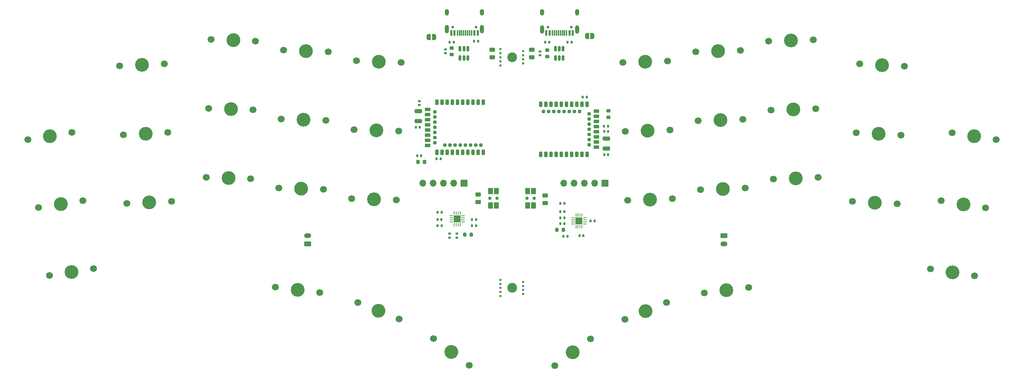
<source format=gbr>
%TF.GenerationSoftware,KiCad,Pcbnew,8.0.5*%
%TF.CreationDate,2024-09-26T21:48:40+02:00*%
%TF.ProjectId,woagboard,776f6167-626f-4617-9264-2e6b69636164,rev?*%
%TF.SameCoordinates,Original*%
%TF.FileFunction,Soldermask,Top*%
%TF.FilePolarity,Negative*%
%FSLAX46Y46*%
G04 Gerber Fmt 4.6, Leading zero omitted, Abs format (unit mm)*
G04 Created by KiCad (PCBNEW 8.0.5) date 2024-09-26 21:48:40*
%MOMM*%
%LPD*%
G01*
G04 APERTURE LIST*
G04 Aperture macros list*
%AMRoundRect*
0 Rectangle with rounded corners*
0 $1 Rounding radius*
0 $2 $3 $4 $5 $6 $7 $8 $9 X,Y pos of 4 corners*
0 Add a 4 corners polygon primitive as box body*
4,1,4,$2,$3,$4,$5,$6,$7,$8,$9,$2,$3,0*
0 Add four circle primitives for the rounded corners*
1,1,$1+$1,$2,$3*
1,1,$1+$1,$4,$5*
1,1,$1+$1,$6,$7*
1,1,$1+$1,$8,$9*
0 Add four rect primitives between the rounded corners*
20,1,$1+$1,$2,$3,$4,$5,0*
20,1,$1+$1,$4,$5,$6,$7,0*
20,1,$1+$1,$6,$7,$8,$9,0*
20,1,$1+$1,$8,$9,$2,$3,0*%
%AMFreePoly0*
4,1,19,0.500000,-0.750000,0.000000,-0.750000,0.000000,-0.744911,-0.071157,-0.744911,-0.207708,-0.704816,-0.327430,-0.627875,-0.420627,-0.520320,-0.479746,-0.390866,-0.500000,-0.250000,-0.500000,0.250000,-0.479746,0.390866,-0.420627,0.520320,-0.327430,0.627875,-0.207708,0.704816,-0.071157,0.744911,0.000000,0.744911,0.000000,0.750000,0.500000,0.750000,0.500000,-0.750000,0.500000,-0.750000,
$1*%
%AMFreePoly1*
4,1,19,0.000000,0.744911,0.071157,0.744911,0.207708,0.704816,0.327430,0.627875,0.420627,0.520320,0.479746,0.390866,0.500000,0.250000,0.500000,-0.250000,0.479746,-0.390866,0.420627,-0.520320,0.327430,-0.627875,0.207708,-0.704816,0.071157,-0.744911,0.000000,-0.744911,0.000000,-0.750000,-0.500000,-0.750000,-0.500000,0.750000,0.000000,0.750000,0.000000,0.744911,0.000000,0.744911,
$1*%
G04 Aperture macros list end*
%ADD10RoundRect,0.140000X0.140000X0.170000X-0.140000X0.170000X-0.140000X-0.170000X0.140000X-0.170000X0*%
%ADD11RoundRect,0.135000X-0.135000X-0.185000X0.135000X-0.185000X0.135000X0.185000X-0.135000X0.185000X0*%
%ADD12RoundRect,0.140000X-0.140000X-0.170000X0.140000X-0.170000X0.140000X0.170000X-0.140000X0.170000X0*%
%ADD13RoundRect,0.200000X0.200000X-0.500000X0.200000X0.500000X-0.200000X0.500000X-0.200000X-0.500000X0*%
%ADD14RoundRect,0.200000X0.500000X0.200000X-0.500000X0.200000X-0.500000X-0.200000X0.500000X-0.200000X0*%
%ADD15RoundRect,0.200000X0.200000X0.200000X-0.200000X0.200000X-0.200000X-0.200000X0.200000X-0.200000X0*%
%ADD16RoundRect,0.140000X0.170000X-0.140000X0.170000X0.140000X-0.170000X0.140000X-0.170000X-0.140000X0*%
%ADD17RoundRect,0.250000X0.650000X-0.250000X0.650000X0.250000X-0.650000X0.250000X-0.650000X-0.250000X0*%
%ADD18R,1.700000X1.700000*%
%ADD19O,1.700000X1.700000*%
%ADD20FreePoly0,0.000000*%
%ADD21FreePoly1,0.000000*%
%ADD22FreePoly0,180.000000*%
%ADD23FreePoly1,180.000000*%
%ADD24C,0.650000*%
%ADD25R,0.600000X1.450000*%
%ADD26R,0.300000X1.450000*%
%ADD27O,1.000000X2.100000*%
%ADD28O,1.000000X1.600000*%
%ADD29C,0.600000*%
%ADD30C,2.400000*%
%ADD31RoundRect,0.250000X-0.650000X0.250000X-0.650000X-0.250000X0.650000X-0.250000X0.650000X0.250000X0*%
%ADD32RoundRect,0.140000X-0.170000X0.140000X-0.170000X-0.140000X0.170000X-0.140000X0.170000X0.140000X0*%
%ADD33RoundRect,0.135000X0.135000X0.185000X-0.135000X0.185000X-0.135000X-0.185000X0.135000X-0.185000X0*%
%ADD34RoundRect,0.243750X0.456250X-0.243750X0.456250X0.243750X-0.456250X0.243750X-0.456250X-0.243750X0*%
%ADD35RoundRect,0.147500X-0.172500X0.147500X-0.172500X-0.147500X0.172500X-0.147500X0.172500X0.147500X0*%
%ADD36RoundRect,0.243750X-0.456250X0.243750X-0.456250X-0.243750X0.456250X-0.243750X0.456250X0.243750X0*%
%ADD37RoundRect,0.218750X0.218750X0.256250X-0.218750X0.256250X-0.218750X-0.256250X0.218750X-0.256250X0*%
%ADD38C,0.800000*%
%ADD39RoundRect,0.102000X0.525000X-0.700000X0.525000X0.700000X-0.525000X0.700000X-0.525000X-0.700000X0*%
%ADD40RoundRect,0.062500X0.062500X-0.350000X0.062500X0.350000X-0.062500X0.350000X-0.062500X-0.350000X0*%
%ADD41RoundRect,0.062500X0.350000X-0.062500X0.350000X0.062500X-0.350000X0.062500X-0.350000X-0.062500X0*%
%ADD42R,1.680000X1.680000*%
%ADD43RoundRect,0.150000X0.150000X-0.512500X0.150000X0.512500X-0.150000X0.512500X-0.150000X-0.512500X0*%
%ADD44RoundRect,0.218750X-0.256250X0.218750X-0.256250X-0.218750X0.256250X-0.218750X0.256250X0.218750X0*%
%ADD45RoundRect,0.200000X-0.200000X0.500000X-0.200000X-0.500000X0.200000X-0.500000X0.200000X0.500000X0*%
%ADD46RoundRect,0.200000X-0.500000X-0.200000X0.500000X-0.200000X0.500000X0.200000X-0.500000X0.200000X0*%
%ADD47RoundRect,0.200000X-0.200000X-0.200000X0.200000X-0.200000X0.200000X0.200000X-0.200000X0.200000X0*%
%ADD48RoundRect,0.200000X-0.200000X-0.275000X0.200000X-0.275000X0.200000X0.275000X-0.200000X0.275000X0*%
%ADD49RoundRect,0.062500X0.350000X0.062500X-0.350000X0.062500X-0.350000X-0.062500X0.350000X-0.062500X0*%
%ADD50RoundRect,0.062500X0.062500X0.350000X-0.062500X0.350000X-0.062500X-0.350000X0.062500X-0.350000X0*%
%ADD51RoundRect,0.102000X-0.525000X0.700000X-0.525000X-0.700000X0.525000X-0.700000X0.525000X0.700000X0*%
%ADD52RoundRect,0.135000X-0.185000X0.135000X-0.185000X-0.135000X0.185000X-0.135000X0.185000X0.135000X0*%
%ADD53RoundRect,0.200000X0.200000X0.275000X-0.200000X0.275000X-0.200000X-0.275000X0.200000X-0.275000X0*%
%ADD54C,1.700000*%
%ADD55C,3.400000*%
%ADD56RoundRect,0.250000X-0.625000X0.350000X-0.625000X-0.350000X0.625000X-0.350000X0.625000X0.350000X0*%
%ADD57O,1.750000X1.200000*%
%ADD58RoundRect,0.250000X0.625000X-0.350000X0.625000X0.350000X-0.625000X0.350000X-0.625000X-0.350000X0*%
G04 APERTURE END LIST*
D10*
%TO.C,C5*%
X124250000Y-63250000D03*
X123290000Y-63250000D03*
%TD*%
D11*
%TO.C,R4*%
X153740000Y-74300000D03*
X154760000Y-74300000D03*
%TD*%
D12*
%TO.C,C4*%
X164520000Y-55250000D03*
X165480000Y-55250000D03*
%TD*%
D13*
%TO.C,U5*%
X148933770Y-62193566D03*
X150203770Y-62193566D03*
X151473770Y-62193566D03*
X152743770Y-62193566D03*
X154013770Y-62193566D03*
X155283770Y-62193566D03*
X156553770Y-62193566D03*
X157823770Y-62193566D03*
X159093770Y-62193566D03*
X160363770Y-62193566D03*
D14*
X162663770Y-60433566D03*
D15*
X160863770Y-59803566D03*
D14*
X162663770Y-59163566D03*
D15*
X160863770Y-58533566D03*
D14*
X162663770Y-57893566D03*
D15*
X160863770Y-57263566D03*
D14*
X162663770Y-56623566D03*
D15*
X160863770Y-55993566D03*
D14*
X162663770Y-55353566D03*
D15*
X160863770Y-54723566D03*
D14*
X162663770Y-54083566D03*
D15*
X160863770Y-53453566D03*
D14*
X162663770Y-52813566D03*
D15*
X160863770Y-52183566D03*
D14*
X162663770Y-51543566D03*
D13*
X160363770Y-49793566D03*
X159093770Y-49793566D03*
D15*
X158458770Y-51593566D03*
D13*
X157823770Y-49793566D03*
D15*
X157188770Y-51593566D03*
D13*
X156553770Y-49793566D03*
D15*
X155918770Y-51593566D03*
D13*
X155283770Y-49793566D03*
D15*
X154648770Y-51593566D03*
D13*
X154013770Y-49793566D03*
D15*
X153378770Y-51593566D03*
D13*
X152743770Y-49793566D03*
D15*
X152108770Y-51593566D03*
D13*
X151473770Y-49793566D03*
D15*
X150838770Y-51593566D03*
D13*
X150203770Y-49793566D03*
D15*
X149568770Y-51593566D03*
D13*
X148933770Y-49793566D03*
%TD*%
D16*
%TO.C,C15*%
X119000000Y-49980000D03*
X119000000Y-49020000D03*
%TD*%
D17*
%TO.C,Y1*%
X118750000Y-54000000D03*
X118750000Y-51500000D03*
%TD*%
D18*
%TO.C,J2*%
X164750000Y-69250000D03*
D19*
X162210000Y-69250000D03*
X159670000Y-69250000D03*
X157130000Y-69250000D03*
X154590000Y-69250000D03*
%TD*%
D20*
%TO.C,WOAG2*%
X160350000Y-33000000D03*
D21*
X161650000Y-33000000D03*
%TD*%
D22*
%TO.C,WOAG1*%
X122650000Y-33250000D03*
D23*
X121350000Y-33250000D03*
%TD*%
D24*
%TO.C,USB2*%
X156440000Y-30790000D03*
X150660000Y-30790000D03*
D25*
X156800000Y-32235000D03*
X156000000Y-32235000D03*
D26*
X154800000Y-32235000D03*
X153800000Y-32235000D03*
X153300000Y-32235000D03*
X152300000Y-32235000D03*
D25*
X151100000Y-32235000D03*
X150300000Y-32235000D03*
X150300000Y-32235000D03*
X151100000Y-32235000D03*
D26*
X151800000Y-32235000D03*
X152800000Y-32235000D03*
X154300000Y-32235000D03*
X155300000Y-32235000D03*
D25*
X156000000Y-32235000D03*
X156800000Y-32235000D03*
D27*
X157870000Y-31320000D03*
D28*
X157870000Y-27140000D03*
D27*
X149230000Y-31320000D03*
D28*
X149230000Y-27140000D03*
%TD*%
D11*
%TO.C,R3*%
X123490000Y-76500000D03*
X124510000Y-76500000D03*
%TD*%
D10*
%TO.C,C6*%
X124480000Y-78250000D03*
X123520000Y-78250000D03*
%TD*%
D29*
%TO.C,Snap1*%
X139050000Y-93145000D03*
X139050000Y-94145000D03*
X139050000Y-95150000D03*
X139050000Y-96150000D03*
X139050000Y-97155000D03*
D30*
X141850000Y-95150000D03*
D29*
X144575000Y-93650000D03*
X144575000Y-94650000D03*
X144575000Y-95650000D03*
X144575000Y-96650000D03*
%TD*%
D31*
%TO.C,Y2*%
X165068770Y-58243566D03*
X165068770Y-60743566D03*
%TD*%
D32*
%TO.C,C13*%
X126500000Y-81770000D03*
X126500000Y-82730000D03*
%TD*%
D33*
%TO.C,R15*%
X155510000Y-82400000D03*
X154490000Y-82400000D03*
%TD*%
D34*
%TO.C,LED3*%
X136950000Y-38187500D03*
X136950000Y-36312500D03*
%TD*%
D35*
%TO.C,L2*%
X148750000Y-36765000D03*
X148750000Y-37735000D03*
%TD*%
D29*
%TO.C,Snap2*%
X139050000Y-36195000D03*
X139050000Y-37195000D03*
X139050000Y-38200000D03*
X139050000Y-39200000D03*
X139050000Y-40205000D03*
D30*
X141850000Y-38200000D03*
D29*
X144575000Y-36700000D03*
X144575000Y-37700000D03*
X144575000Y-38700000D03*
X144575000Y-39700000D03*
%TD*%
D35*
%TO.C,L1*%
X125500000Y-36250000D03*
X125500000Y-37220000D03*
%TD*%
D12*
%TO.C,C12*%
X118520000Y-62500000D03*
X119480000Y-62500000D03*
%TD*%
D18*
%TO.C,J4*%
X130000000Y-69250000D03*
D19*
X127460000Y-69250000D03*
X124920000Y-69250000D03*
X122380000Y-69250000D03*
X119840000Y-69250000D03*
%TD*%
D36*
%TO.C,LED2*%
X150000000Y-72312500D03*
X150000000Y-74187500D03*
%TD*%
D37*
%TO.C,L3*%
X120287500Y-64000000D03*
X118712500Y-64000000D03*
%TD*%
D33*
%TO.C,R17*%
X154760000Y-76300000D03*
X153740000Y-76300000D03*
%TD*%
D38*
%TO.C,RST1*%
X136350000Y-73000000D03*
X138150000Y-73000000D03*
D39*
X136525000Y-74800000D03*
X136525000Y-71200000D03*
X137975000Y-74800000D03*
X137975000Y-71200000D03*
%TD*%
D40*
%TO.C,U4*%
X157600000Y-80062500D03*
X158100000Y-80062500D03*
X158600000Y-80062500D03*
X159100000Y-80062500D03*
D41*
X159812500Y-79350000D03*
X159812500Y-78850000D03*
X159812500Y-78350000D03*
X159812500Y-77850000D03*
D40*
X159100000Y-77137500D03*
X158600000Y-77137500D03*
X158100000Y-77137500D03*
X157600000Y-77137500D03*
D41*
X156887500Y-77850000D03*
X156887500Y-78350000D03*
X156887500Y-78850000D03*
X156887500Y-79350000D03*
D42*
X158350000Y-78600000D03*
%TD*%
D10*
%TO.C,C1*%
X154730000Y-77800000D03*
X153770000Y-77800000D03*
%TD*%
D43*
%TO.C,U2*%
X152550000Y-38387500D03*
X153500000Y-38387500D03*
X154450000Y-38387500D03*
X154450000Y-36112500D03*
X153500000Y-36112500D03*
X152550000Y-36112500D03*
%TD*%
D44*
%TO.C,F2*%
X150500000Y-36462500D03*
X150500000Y-38037500D03*
%TD*%
D12*
%TO.C,C10*%
X164588770Y-56500000D03*
X165548770Y-56500000D03*
%TD*%
%TO.C,C8*%
X159270000Y-48000000D03*
X160230000Y-48000000D03*
%TD*%
D11*
%TO.C,R1*%
X132490000Y-34250000D03*
X133510000Y-34250000D03*
%TD*%
%TO.C,R9*%
X131990000Y-79750000D03*
X133010000Y-79750000D03*
%TD*%
D33*
%TO.C,R16*%
X154760000Y-79300000D03*
X153740000Y-79300000D03*
%TD*%
%TO.C,R5*%
X156510000Y-34500000D03*
X155490000Y-34500000D03*
%TD*%
D24*
%TO.C,USB1*%
X133040000Y-30740000D03*
X127260000Y-30740000D03*
D25*
X133400000Y-32185000D03*
X132600000Y-32185000D03*
D26*
X131400000Y-32185000D03*
X130400000Y-32185000D03*
X129900000Y-32185000D03*
X128900000Y-32185000D03*
D25*
X127700000Y-32185000D03*
X126900000Y-32185000D03*
X126900000Y-32185000D03*
X127700000Y-32185000D03*
D26*
X128400000Y-32185000D03*
X129400000Y-32185000D03*
X130900000Y-32185000D03*
X131900000Y-32185000D03*
D25*
X132600000Y-32185000D03*
X133400000Y-32185000D03*
D27*
X134470000Y-31270000D03*
D28*
X134470000Y-27090000D03*
D27*
X125830000Y-31270000D03*
D28*
X125830000Y-27090000D03*
%TD*%
D45*
%TO.C,U9*%
X134780000Y-49300000D03*
X133510000Y-49300000D03*
X132240000Y-49300000D03*
X130970000Y-49300000D03*
X129700000Y-49300000D03*
X128430000Y-49300000D03*
X127160000Y-49300000D03*
X125890000Y-49300000D03*
X124620000Y-49300000D03*
X123350000Y-49300000D03*
D46*
X121050000Y-51060000D03*
D47*
X122850000Y-51690000D03*
D46*
X121050000Y-52330000D03*
D47*
X122850000Y-52960000D03*
D46*
X121050000Y-53600000D03*
D47*
X122850000Y-54230000D03*
D46*
X121050000Y-54870000D03*
D47*
X122850000Y-55500000D03*
D46*
X121050000Y-56140000D03*
D47*
X122850000Y-56770000D03*
D46*
X121050000Y-57410000D03*
D47*
X122850000Y-58040000D03*
D46*
X121050000Y-58680000D03*
D47*
X122850000Y-59310000D03*
D46*
X121050000Y-59950000D03*
D45*
X123350000Y-61700000D03*
X124620000Y-61700000D03*
D47*
X125255000Y-59900000D03*
D45*
X125890000Y-61700000D03*
D47*
X126525000Y-59900000D03*
D45*
X127160000Y-61700000D03*
D47*
X127795000Y-59900000D03*
D45*
X128430000Y-61700000D03*
D47*
X129065000Y-59900000D03*
D45*
X129700000Y-61700000D03*
D47*
X130335000Y-59900000D03*
D45*
X130970000Y-61700000D03*
D47*
X131605000Y-59900000D03*
D45*
X132240000Y-61700000D03*
D47*
X132875000Y-59900000D03*
D45*
X133510000Y-61700000D03*
D47*
X134145000Y-59900000D03*
D45*
X134780000Y-61700000D03*
%TD*%
D10*
%TO.C,C16*%
X119110000Y-55500000D03*
X118150000Y-55500000D03*
%TD*%
D44*
%TO.C,F1*%
X127000000Y-35962500D03*
X127000000Y-37537500D03*
%TD*%
D12*
%TO.C,C3*%
X158470000Y-82250000D03*
X159430000Y-82250000D03*
%TD*%
D48*
%TO.C,R13*%
X130175000Y-82000000D03*
X131825000Y-82000000D03*
%TD*%
D34*
%TO.C,LED1*%
X133500000Y-73937500D03*
X133500000Y-72062500D03*
%TD*%
D49*
%TO.C,U3*%
X129812500Y-78850000D03*
X129812500Y-78350000D03*
X129812500Y-77850000D03*
X129812500Y-77350000D03*
D50*
X129100000Y-76637500D03*
X128600000Y-76637500D03*
X128100000Y-76637500D03*
X127600000Y-76637500D03*
D49*
X126887500Y-77350000D03*
X126887500Y-77850000D03*
X126887500Y-78350000D03*
X126887500Y-78850000D03*
D50*
X127600000Y-79562500D03*
X128100000Y-79562500D03*
X128600000Y-79562500D03*
X129100000Y-79562500D03*
D42*
X128350000Y-78100000D03*
%TD*%
D38*
%TO.C,RST2*%
X147350000Y-73000000D03*
X145550000Y-73000000D03*
D51*
X147175000Y-71200000D03*
X147175000Y-74800000D03*
X145725000Y-71200000D03*
X145725000Y-74800000D03*
%TD*%
D12*
%TO.C,C7*%
X132020000Y-78250000D03*
X132980000Y-78250000D03*
%TD*%
D33*
%TO.C,R12*%
X124510000Y-79750000D03*
X123490000Y-79750000D03*
%TD*%
D12*
%TO.C,C9*%
X164588770Y-62243566D03*
X165548770Y-62243566D03*
%TD*%
%TO.C,C2*%
X161220000Y-78600000D03*
X162180000Y-78600000D03*
%TD*%
D36*
%TO.C,LED4*%
X146750000Y-36312500D03*
X146750000Y-38187500D03*
%TD*%
D33*
%TO.C,R2*%
X127510000Y-34500000D03*
X126490000Y-34500000D03*
%TD*%
D52*
%TO.C,R11*%
X128250000Y-81740000D03*
X128250000Y-82760000D03*
%TD*%
D43*
%TO.C,U1*%
X129050000Y-38387500D03*
X130000000Y-38387500D03*
X130950000Y-38387500D03*
X130950000Y-36112500D03*
X130000000Y-36112500D03*
X129050000Y-36112500D03*
%TD*%
D53*
%TO.C,R18*%
X154525000Y-80800000D03*
X152875000Y-80800000D03*
%TD*%
D11*
%TO.C,R6*%
X149990000Y-34500000D03*
X151010000Y-34500000D03*
%TD*%
D44*
%TO.C,L4*%
X165568770Y-51456066D03*
X165568770Y-53031066D03*
%TD*%
D54*
%TO.C,SW32*%
X236717242Y-74374780D03*
D55*
X231224780Y-74086932D03*
D54*
X225732318Y-73799084D03*
%TD*%
%TO.C,SW18*%
X131319891Y-114245863D03*
D55*
X126927396Y-110935880D03*
D54*
X122534901Y-107625897D03*
%TD*%
%TO.C,SW6*%
X25253160Y-75305702D03*
D55*
X30685446Y-74445312D03*
D54*
X36117732Y-73584922D03*
%TD*%
%TO.C,SW35*%
X169669169Y-102901460D03*
D55*
X174768680Y-100841124D03*
D54*
X179868191Y-98780788D03*
%TD*%
%TO.C,SW28*%
X258460448Y-75363244D03*
D55*
X253028162Y-74502854D03*
D54*
X247595876Y-73642464D03*
%TD*%
%TO.C,SW21*%
X216023662Y-33886301D03*
D55*
X210527012Y-34078248D03*
D54*
X205030362Y-34270195D03*
%TD*%
%TO.C,SW25*%
X187704426Y-53886817D03*
D55*
X193201076Y-53694870D03*
D54*
X198697726Y-53502923D03*
%TD*%
%TO.C,SW16*%
X83587734Y-94941459D03*
D55*
X89046738Y-95611740D03*
D54*
X94505742Y-96282021D03*
%TD*%
%TO.C,SW29*%
X181371772Y-73119530D03*
D55*
X175875122Y-73311477D03*
D54*
X170378472Y-73503424D03*
%TD*%
%TO.C,SW27*%
X237606964Y-57398087D03*
D55*
X232114502Y-57110239D03*
D54*
X226622040Y-56822391D03*
%TD*%
%TO.C,SW10*%
X113928416Y-56456251D03*
D55*
X108431766Y-56264304D03*
D54*
X102935116Y-56072357D03*
%TD*%
%TO.C,SW17*%
X103845399Y-98723246D03*
D55*
X108944910Y-100783582D03*
D54*
X114044421Y-102843918D03*
%TD*%
%TO.C,SW11*%
X27912534Y-92096414D03*
D55*
X33344820Y-91236024D03*
D54*
X38777106Y-90375634D03*
%TD*%
%TO.C,SW26*%
X216616960Y-50875948D03*
D55*
X211120310Y-51067895D03*
D54*
X205623660Y-51259842D03*
%TD*%
%TO.C,SW33*%
X255801056Y-92153956D03*
D55*
X250368770Y-91293566D03*
D54*
X244936484Y-90433176D03*
%TD*%
%TO.C,SW1*%
X22593768Y-58515006D03*
D55*
X28026054Y-57654616D03*
D54*
X33458340Y-56794226D03*
%TD*%
D56*
%TO.C,J1*%
X194050000Y-82250000D03*
D57*
X194050000Y-84250000D03*
%TD*%
D54*
%TO.C,SW15*%
X113335118Y-73445882D03*
D55*
X107838468Y-73253935D03*
D54*
X102341818Y-73061988D03*
%TD*%
%TO.C,SW12*%
X57981272Y-73741542D03*
D55*
X52488810Y-74029390D03*
D54*
X46996348Y-74317238D03*
%TD*%
%TO.C,SW20*%
X187111128Y-36897170D03*
D55*
X192607778Y-36705223D03*
D54*
X198104428Y-36513276D03*
%TD*%
D58*
%TO.C,J3*%
X91500000Y-84250000D03*
D57*
X91500000Y-82250000D03*
%TD*%
D54*
%TO.C,SW13*%
X77496650Y-68191947D03*
D55*
X72000000Y-68000000D03*
D54*
X66503350Y-67808053D03*
%TD*%
%TO.C,SW24*%
X180778492Y-56129899D03*
D55*
X175281842Y-56321846D03*
D54*
X169785192Y-56513793D03*
%TD*%
%TO.C,SW8*%
X67096630Y-50818406D03*
D55*
X72593280Y-51010353D03*
D54*
X78089930Y-51202300D03*
%TD*%
%TO.C,SW9*%
X85015882Y-53445381D03*
D55*
X90512532Y-53637328D03*
D54*
X96009182Y-53829275D03*
%TD*%
%TO.C,SW23*%
X261119822Y-58572548D03*
D55*
X255687536Y-57712158D03*
D54*
X250255250Y-56851768D03*
%TD*%
%TO.C,SW30*%
X199291006Y-70492570D03*
D55*
X193794356Y-70684517D03*
D54*
X188297706Y-70876464D03*
%TD*%
%TO.C,SW22*%
X238496668Y-40421376D03*
D55*
X233004206Y-40133528D03*
D54*
X227511744Y-39845680D03*
%TD*%
%TO.C,SW7*%
X46106644Y-57340545D03*
D55*
X51599106Y-57052697D03*
D54*
X57091568Y-56764849D03*
%TD*%
%TO.C,SW36*%
X152393717Y-114303405D03*
D55*
X156786212Y-110993422D03*
D54*
X161178707Y-107683439D03*
%TD*%
%TO.C,SW2*%
X45216922Y-40363834D03*
D55*
X50709384Y-40075986D03*
D54*
X56201846Y-39788138D03*
%TD*%
%TO.C,SW34*%
X200125856Y-94999001D03*
D55*
X194666852Y-95669282D03*
D54*
X189207848Y-96339563D03*
%TD*%
%TO.C,SW3*%
X67689928Y-33828759D03*
D55*
X73186578Y-34020706D03*
D54*
X78683228Y-34212653D03*
%TD*%
%TO.C,SW4*%
X85609162Y-36455734D03*
D55*
X91105812Y-36647681D03*
D54*
X96602462Y-36839628D03*
%TD*%
%TO.C,SW31*%
X217210240Y-67865595D03*
D55*
X211713590Y-68057542D03*
D54*
X206216940Y-68249489D03*
%TD*%
%TO.C,SW14*%
X95415884Y-70818922D03*
D55*
X89919234Y-70626975D03*
D54*
X84422584Y-70435028D03*
%TD*%
%TO.C,SW5*%
X103528396Y-39082710D03*
D55*
X109025046Y-39274657D03*
D54*
X114521696Y-39466604D03*
%TD*%
%TO.C,SW19*%
X169191894Y-39524146D03*
D55*
X174688544Y-39332199D03*
D54*
X180185194Y-39140252D03*
%TD*%
M02*

</source>
